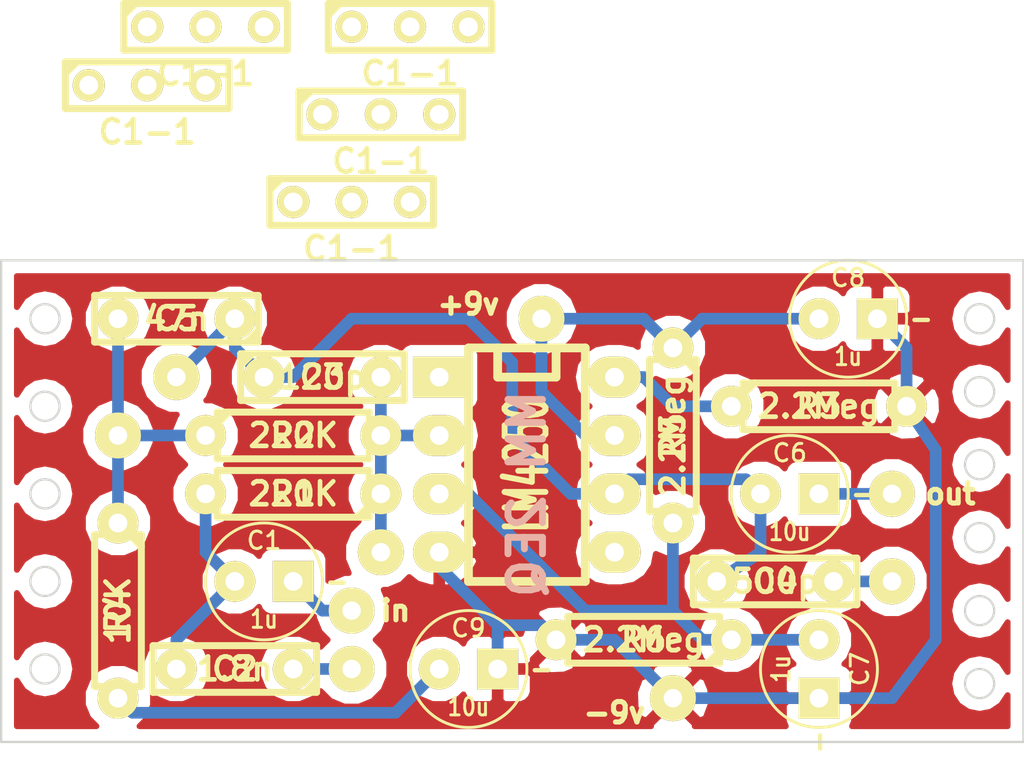
<source format=kicad_pcb>
(kicad_pcb (version 4) (host pcbnew "(2014-09-19 BZR 5142)-product")

  (general
    (links 32)
    (no_connects 0)
    (area 124.409999 41.148 168.960001 66.429128)
    (thickness 1.6)
    (drawings 22)
    (tracks 66)
    (zones 0)
    (modules 30)
    (nets 14)
  )

  (page A4)
  (layers
    (0 F.Cu signal)
    (31 B.Cu signal)
    (32 B.Adhes user)
    (33 F.Adhes user)
    (34 B.Paste user)
    (35 F.Paste user)
    (36 B.SilkS user)
    (37 F.SilkS user)
    (38 B.Mask user)
    (39 F.Mask user)
    (40 Dwgs.User user)
    (41 Cmts.User user)
    (42 Eco1.User user)
    (43 Eco2.User user)
    (44 Edge.Cuts user)
    (45 Margin user)
    (46 B.CrtYd user)
    (47 F.CrtYd user)
    (48 B.Fab user)
    (49 F.Fab user)
  )

  (setup
    (last_trace_width 0.508)
    (trace_clearance 0.508)
    (zone_clearance 0.508)
    (zone_45_only no)
    (trace_min 0.254)
    (segment_width 0.2)
    (edge_width 0.1)
    (via_size 0.889)
    (via_drill 0.635)
    (via_min_size 0.889)
    (via_min_drill 0.508)
    (uvia_size 0.508)
    (uvia_drill 0.127)
    (uvias_allowed no)
    (uvia_min_size 0.508)
    (uvia_min_drill 0.127)
    (pcb_text_width 0.3)
    (pcb_text_size 1.5 1.5)
    (mod_edge_width 0.15)
    (mod_text_size 1 1)
    (mod_text_width 0.15)
    (pad_size 1.5 1.5)
    (pad_drill 0.6)
    (pad_to_mask_clearance 0)
    (aux_axis_origin 0 0)
    (visible_elements 7FFEFF7F)
    (pcbplotparams
      (layerselection 0x010f0_80000001)
      (usegerberextensions true)
      (excludeedgelayer true)
      (linewidth 0.100000)
      (plotframeref false)
      (viasonmask false)
      (mode 1)
      (useauxorigin false)
      (hpglpennumber 1)
      (hpglpenspeed 20)
      (hpglpendiameter 15)
      (hpglpenoverlay 2)
      (psnegative false)
      (psa4output false)
      (plotreference true)
      (plotvalue false)
      (plotinvisibletext false)
      (padsonsilk false)
      (subtractmaskfromsilk true)
      (outputformat 1)
      (mirror false)
      (drillshape 0)
      (scaleselection 1)
      (outputdirectory plots))
  )

  (net 0 "")
  (net 1 "Net-(C1-Pad1)")
  (net 2 "Net-(C3-Pad1)")
  (net 3 "Net-(C3-Pad2)")
  (net 4 "Net-(C5-Pad2)")
  (net 5 ref)
  (net 6 GND)
  (net 7 +9V)
  (net 8 "Net-(C9-Pad1)")
  (net 9 "Net-(R3-Pad1)")
  (net 10 "Net-(C1-Pad2)")
  (net 11 "Net-(C2-Pad1)")
  (net 12 "Net-(C4-Pad2)")
  (net 13 "Net-(C6-Pad2)")

  (net_class Default "This is the default net class."
    (clearance 0.508)
    (trace_width 0.508)
    (via_dia 0.889)
    (via_drill 0.635)
    (uvia_dia 0.508)
    (uvia_drill 0.127)
    (add_net +9V)
    (add_net GND)
    (add_net "Net-(C1-Pad1)")
    (add_net "Net-(C1-Pad2)")
    (add_net "Net-(C2-Pad1)")
    (add_net "Net-(C3-Pad1)")
    (add_net "Net-(C3-Pad2)")
    (add_net "Net-(C4-Pad2)")
    (add_net "Net-(C5-Pad2)")
    (add_net "Net-(C6-Pad2)")
    (add_net "Net-(C9-Pad1)")
    (add_net "Net-(R3-Pad1)")
    (add_net ref)
  )

  (module Discret:C1-1 (layer F.Cu) (tedit 54516F23) (tstamp 54530F89)
    (at 140.97 36.83)
    (descr "Condensateur e = 1 ou 2 pas")
    (tags C)
    (fp_text reference C1-1 (at 0 2.032) (layer F.SilkS)
      (effects (font (size 1.016 1.016) (thickness 0.2032)))
    )
    (fp_text value C*** (at 0 2.032) (layer F.SilkS) hide
      (effects (font (size 1.016 1.016) (thickness 0.2032)))
    )
    (fp_line (start -3.556 -1.016) (end 3.556 -1.016) (layer F.SilkS) (width 0.3048))
    (fp_line (start 3.556 -1.016) (end 3.556 1.016) (layer F.SilkS) (width 0.3048))
    (fp_line (start 3.556 1.016) (end -3.556 1.016) (layer F.SilkS) (width 0.3048))
    (fp_line (start -3.556 1.016) (end -3.556 -1.016) (layer F.SilkS) (width 0.3048))
    (fp_line (start -3.556 -0.508) (end -3.048 -1.016) (layer F.SilkS) (width 0.3048))
    (pad 1 thru_hole circle (at -2.54 0) (size 1.397 1.397) (drill 0.8128) (layers *.Cu *.Mask F.SilkS))
    (pad 2 thru_hole circle (at 2.54 0) (size 1.397 1.397) (drill 0.8128) (layers *.Cu *.Mask F.SilkS))
    (pad 2 thru_hole circle (at 0 0) (size 1.397 1.397) (drill 0.8128) (layers *.Cu *.Mask F.SilkS))
    (model discret/capa_2pas_5x5mm.wrl
      (at (xyz 0 0 0))
      (scale (xyz 1 1 1))
      (rotate (xyz 0 0 0))
    )
  )

  (module Custom:C1V5-LARGE_PADS (layer F.Cu) (tedit 544816F7) (tstamp 54498346)
    (at 135.89 57.15)
    (descr "Condensateur e = 1 pas")
    (tags C)
    (path /54496F72)
    (fp_text reference C1 (at 0 -1.778) (layer F.SilkS)
      (effects (font (size 0.762 0.762) (thickness 0.127)))
    )
    (fp_text value 1u (at 0 1.651) (layer F.SilkS)
      (effects (font (size 0.762 0.635) (thickness 0.127)))
    )
    (fp_text user - (at 3.175 0) (layer F.SilkS)
      (effects (font (size 0.762 0.762) (thickness 0.1905)))
    )
    (fp_circle (center 0 0) (end 0.127 -2.54) (layer F.SilkS) (width 0.127))
    (pad 1 thru_hole circle (at -1.27 0) (size 1.778 1.778) (drill 0.8128) (layers *.Cu *.Mask F.SilkS)
      (net 1 "Net-(C1-Pad1)"))
    (pad 2 thru_hole rect (at 1.27 0) (size 1.778 1.778) (drill 0.8128) (layers *.Cu *.Mask F.SilkS)
      (net 10 "Net-(C1-Pad2)"))
    (model discret/c_vert_c1v5.wrl
      (at (xyz 0 0 0))
      (scale (xyz 1 1 1))
      (rotate (xyz 0 0 0))
    )
  )

  (module Custom:C2-LARGE_PADS (layer F.Cu) (tedit 544816E5) (tstamp 5449834C)
    (at 134.62 60.96 180)
    (descr "Condensateur = 2 pas")
    (tags C)
    (path /54496F0A)
    (fp_text reference C2 (at 0 0 180) (layer F.SilkS)
      (effects (font (size 1 1) (thickness 0.2032)))
    )
    (fp_text value 1.8n (at 0 0 180) (layer F.SilkS)
      (effects (font (size 1 1) (thickness 0.2032)))
    )
    (fp_line (start -3.556 -1.016) (end 3.556 -1.016) (layer F.SilkS) (width 0.3048))
    (fp_line (start 3.556 -1.016) (end 3.556 1.016) (layer F.SilkS) (width 0.3048))
    (fp_line (start 3.556 1.016) (end -3.556 1.016) (layer F.SilkS) (width 0.3048))
    (fp_line (start -3.556 1.016) (end -3.556 -1.016) (layer F.SilkS) (width 0.3048))
    (fp_line (start -3.556 -0.508) (end -3.048 -1.016) (layer F.SilkS) (width 0.3048))
    (pad 1 thru_hole circle (at -2.54 0 180) (size 1.778 1.778) (drill 0.8128) (layers *.Cu *.Mask F.SilkS)
      (net 11 "Net-(C2-Pad1)"))
    (pad 2 thru_hole circle (at 2.54 0 180) (size 1.778 1.778) (drill 0.8128) (layers *.Cu *.Mask F.SilkS)
      (net 1 "Net-(C1-Pad1)"))
    (model discret/capa_2pas_5x5mm.wrl
      (at (xyz 0 0 0))
      (scale (xyz 1 1 1))
      (rotate (xyz 0 0 0))
    )
  )

  (module Custom:C2-LARGE_PADS locked (layer F.Cu) (tedit 544816E5) (tstamp 54498352)
    (at 138.43 48.26)
    (descr "Condensateur = 2 pas")
    (tags C)
    (path /54496DEE)
    (fp_text reference C3 (at 0 0) (layer F.SilkS)
      (effects (font (size 1 1) (thickness 0.2032)))
    )
    (fp_text value 120p (at 0 0) (layer F.SilkS)
      (effects (font (size 1 1) (thickness 0.2032)))
    )
    (fp_line (start -3.556 -1.016) (end 3.556 -1.016) (layer F.SilkS) (width 0.3048))
    (fp_line (start 3.556 -1.016) (end 3.556 1.016) (layer F.SilkS) (width 0.3048))
    (fp_line (start 3.556 1.016) (end -3.556 1.016) (layer F.SilkS) (width 0.3048))
    (fp_line (start -3.556 1.016) (end -3.556 -1.016) (layer F.SilkS) (width 0.3048))
    (fp_line (start -3.556 -0.508) (end -3.048 -1.016) (layer F.SilkS) (width 0.3048))
    (pad 1 thru_hole circle (at -2.54 0) (size 1.778 1.778) (drill 0.8128) (layers *.Cu *.Mask F.SilkS)
      (net 2 "Net-(C3-Pad1)"))
    (pad 2 thru_hole circle (at 2.54 0) (size 1.778 1.778) (drill 0.8128) (layers *.Cu *.Mask F.SilkS)
      (net 3 "Net-(C3-Pad2)"))
    (model discret/capa_2pas_5x5mm.wrl
      (at (xyz 0 0 0))
      (scale (xyz 1 1 1))
      (rotate (xyz 0 0 0))
    )
  )

  (module Custom:C2-LARGE_PADS (layer F.Cu) (tedit 544816E5) (tstamp 544A5383)
    (at 158.115 57.15)
    (descr "Condensateur = 2 pas")
    (tags C)
    (path /54496F42)
    (fp_text reference C4 (at 0 0) (layer F.SilkS)
      (effects (font (size 1 1) (thickness 0.2032)))
    )
    (fp_text value 500p (at 0 0) (layer F.SilkS)
      (effects (font (size 1 1) (thickness 0.2032)))
    )
    (fp_line (start -3.556 -1.016) (end 3.556 -1.016) (layer F.SilkS) (width 0.3048))
    (fp_line (start 3.556 -1.016) (end 3.556 1.016) (layer F.SilkS) (width 0.3048))
    (fp_line (start 3.556 1.016) (end -3.556 1.016) (layer F.SilkS) (width 0.3048))
    (fp_line (start -3.556 1.016) (end -3.556 -1.016) (layer F.SilkS) (width 0.3048))
    (fp_line (start -3.556 -0.508) (end -3.048 -1.016) (layer F.SilkS) (width 0.3048))
    (pad 1 thru_hole circle (at -2.54 0) (size 1.778 1.778) (drill 0.8128) (layers *.Cu *.Mask F.SilkS)
      (net 2 "Net-(C3-Pad1)"))
    (pad 2 thru_hole circle (at 2.54 0) (size 1.778 1.778) (drill 0.8128) (layers *.Cu *.Mask F.SilkS)
      (net 12 "Net-(C4-Pad2)"))
    (model discret/capa_2pas_5x5mm.wrl
      (at (xyz 0 0 0))
      (scale (xyz 1 1 1))
      (rotate (xyz 0 0 0))
    )
  )

  (module Custom:C2-LARGE_PADS (layer F.Cu) (tedit 544816E5) (tstamp 5449835E)
    (at 132.08 45.72 180)
    (descr "Condensateur = 2 pas")
    (tags C)
    (path /54496E83)
    (fp_text reference C5 (at 0 0 180) (layer F.SilkS)
      (effects (font (size 1 1) (thickness 0.2032)))
    )
    (fp_text value 47n (at 0 0 180) (layer F.SilkS)
      (effects (font (size 1 1) (thickness 0.2032)))
    )
    (fp_line (start -3.556 -1.016) (end 3.556 -1.016) (layer F.SilkS) (width 0.3048))
    (fp_line (start 3.556 -1.016) (end 3.556 1.016) (layer F.SilkS) (width 0.3048))
    (fp_line (start 3.556 1.016) (end -3.556 1.016) (layer F.SilkS) (width 0.3048))
    (fp_line (start -3.556 1.016) (end -3.556 -1.016) (layer F.SilkS) (width 0.3048))
    (fp_line (start -3.556 -0.508) (end -3.048 -1.016) (layer F.SilkS) (width 0.3048))
    (pad 1 thru_hole circle (at -2.54 0 180) (size 1.778 1.778) (drill 0.8128) (layers *.Cu *.Mask F.SilkS)
      (net 2 "Net-(C3-Pad1)"))
    (pad 2 thru_hole circle (at 2.54 0 180) (size 1.778 1.778) (drill 0.8128) (layers *.Cu *.Mask F.SilkS)
      (net 4 "Net-(C5-Pad2)"))
    (model discret/capa_2pas_5x5mm.wrl
      (at (xyz 0 0 0))
      (scale (xyz 1 1 1))
      (rotate (xyz 0 0 0))
    )
  )

  (module Custom:C1V5-LARGE_PADS (layer F.Cu) (tedit 544816F7) (tstamp 54498364)
    (at 158.75 53.34)
    (descr "Condensateur e = 1 pas")
    (tags C)
    (path /54496FDD)
    (fp_text reference C6 (at 0 -1.778) (layer F.SilkS)
      (effects (font (size 0.762 0.762) (thickness 0.127)))
    )
    (fp_text value 10u (at 0 1.651) (layer F.SilkS)
      (effects (font (size 0.762 0.635) (thickness 0.127)))
    )
    (fp_text user - (at 3.175 0) (layer F.SilkS)
      (effects (font (size 0.762 0.762) (thickness 0.1905)))
    )
    (fp_circle (center 0 0) (end 0.127 -2.54) (layer F.SilkS) (width 0.127))
    (pad 1 thru_hole circle (at -1.27 0) (size 1.778 1.778) (drill 0.8128) (layers *.Cu *.Mask F.SilkS)
      (net 2 "Net-(C3-Pad1)"))
    (pad 2 thru_hole rect (at 1.27 0) (size 1.778 1.778) (drill 0.8128) (layers *.Cu *.Mask F.SilkS)
      (net 13 "Net-(C6-Pad2)"))
    (model discret/c_vert_c1v5.wrl
      (at (xyz 0 0 0))
      (scale (xyz 1 1 1))
      (rotate (xyz 0 0 0))
    )
  )

  (module Custom:C1V5-LARGE_PADS (layer F.Cu) (tedit 544816F7) (tstamp 5449836A)
    (at 160.02 60.96 270)
    (descr "Condensateur e = 1 pas")
    (tags C)
    (path /5449C54A)
    (fp_text reference C7 (at 0 -1.778 270) (layer F.SilkS)
      (effects (font (size 0.762 0.762) (thickness 0.127)))
    )
    (fp_text value 1u (at 0 1.651 270) (layer F.SilkS)
      (effects (font (size 0.762 0.635) (thickness 0.127)))
    )
    (fp_text user - (at 3.175 0 270) (layer F.SilkS)
      (effects (font (size 0.762 0.762) (thickness 0.1905)))
    )
    (fp_circle (center 0 0) (end 0.127 -2.54) (layer F.SilkS) (width 0.127))
    (pad 1 thru_hole circle (at -1.27 0 270) (size 1.778 1.778) (drill 0.8128) (layers *.Cu *.Mask F.SilkS)
      (net 5 ref))
    (pad 2 thru_hole rect (at 1.27 0 270) (size 1.778 1.778) (drill 0.8128) (layers *.Cu *.Mask F.SilkS)
      (net 6 GND))
    (model discret/c_vert_c1v5.wrl
      (at (xyz 0 0 0))
      (scale (xyz 1 1 1))
      (rotate (xyz 0 0 0))
    )
  )

  (module Custom:C1V5-LARGE_PADS (layer F.Cu) (tedit 544816F7) (tstamp 54498370)
    (at 161.29 45.72)
    (descr "Condensateur e = 1 pas")
    (tags C)
    (path /5449C586)
    (fp_text reference C8 (at 0 -1.778) (layer F.SilkS)
      (effects (font (size 0.762 0.762) (thickness 0.127)))
    )
    (fp_text value 1u (at 0 1.651) (layer F.SilkS)
      (effects (font (size 0.762 0.635) (thickness 0.127)))
    )
    (fp_text user - (at 3.175 0) (layer F.SilkS)
      (effects (font (size 0.762 0.762) (thickness 0.1905)))
    )
    (fp_circle (center 0 0) (end 0.127 -2.54) (layer F.SilkS) (width 0.127))
    (pad 1 thru_hole circle (at -1.27 0) (size 1.778 1.778) (drill 0.8128) (layers *.Cu *.Mask F.SilkS)
      (net 7 +9V))
    (pad 2 thru_hole rect (at 1.27 0) (size 1.778 1.778) (drill 0.8128) (layers *.Cu *.Mask F.SilkS)
      (net 6 GND))
    (model discret/c_vert_c1v5.wrl
      (at (xyz 0 0 0))
      (scale (xyz 1 1 1))
      (rotate (xyz 0 0 0))
    )
  )

  (module Custom:C1V5-LARGE_PADS (layer F.Cu) (tedit 544816F7) (tstamp 54498376)
    (at 144.78 60.96)
    (descr "Condensateur e = 1 pas")
    (tags C)
    (path /54497AD6)
    (fp_text reference C9 (at 0 -1.778) (layer F.SilkS)
      (effects (font (size 0.762 0.762) (thickness 0.127)))
    )
    (fp_text value 10u (at 0 1.651) (layer F.SilkS)
      (effects (font (size 0.762 0.635) (thickness 0.127)))
    )
    (fp_text user - (at 3.175 0) (layer F.SilkS)
      (effects (font (size 0.762 0.762) (thickness 0.1905)))
    )
    (fp_circle (center 0 0) (end 0.127 -2.54) (layer F.SilkS) (width 0.127))
    (pad 1 thru_hole circle (at -1.27 0) (size 1.778 1.778) (drill 0.8128) (layers *.Cu *.Mask F.SilkS)
      (net 8 "Net-(C9-Pad1)"))
    (pad 2 thru_hole rect (at 1.27 0) (size 1.778 1.778) (drill 0.8128) (layers *.Cu *.Mask F.SilkS)
      (net 6 GND))
    (model discret/c_vert_c1v5.wrl
      (at (xyz 0 0 0))
      (scale (xyz 1 1 1))
      (rotate (xyz 0 0 0))
    )
  )

  (module Custom:R3-LARGE_PADS locked (layer F.Cu) (tedit 544816C3) (tstamp 5449837C)
    (at 137.16 53.34 180)
    (descr "Resitance 3 pas")
    (tags R)
    (path /54496D20)
    (autoplace_cost180 10)
    (fp_text reference R1 (at 0 0 180) (layer F.SilkS)
      (effects (font (size 1 1) (thickness 0.2032)))
    )
    (fp_text value 220K (at 0 0 180) (layer F.SilkS)
      (effects (font (size 1 1) (thickness 0.2032)))
    )
    (fp_line (start -3.81 0) (end -3.302 0) (layer F.SilkS) (width 0.3048))
    (fp_line (start 3.81 0) (end 3.302 0) (layer F.SilkS) (width 0.3048))
    (fp_line (start 3.302 0) (end 3.302 -1.016) (layer F.SilkS) (width 0.3048))
    (fp_line (start 3.302 -1.016) (end -3.302 -1.016) (layer F.SilkS) (width 0.3048))
    (fp_line (start -3.302 -1.016) (end -3.302 1.016) (layer F.SilkS) (width 0.3048))
    (fp_line (start -3.302 1.016) (end 3.302 1.016) (layer F.SilkS) (width 0.3048))
    (fp_line (start 3.302 1.016) (end 3.302 0) (layer F.SilkS) (width 0.3048))
    (fp_line (start -3.302 -0.508) (end -2.794 -1.016) (layer F.SilkS) (width 0.3048))
    (pad 1 thru_hole circle (at -3.81 0 180) (size 1.778 1.778) (drill 0.8128) (layers *.Cu *.Mask F.SilkS)
      (net 3 "Net-(C3-Pad2)"))
    (pad 2 thru_hole circle (at 3.81 0 180) (size 1.778 1.778) (drill 0.8128) (layers *.Cu *.Mask F.SilkS)
      (net 1 "Net-(C1-Pad1)"))
    (model discret/resistor.wrl
      (at (xyz 0 0 0))
      (scale (xyz 0.3 0.3 0.3))
      (rotate (xyz 0 0 0))
    )
  )

  (module Custom:R3-LARGE_PADS locked (layer F.Cu) (tedit 544816C3) (tstamp 54498382)
    (at 137.16 50.8)
    (descr "Resitance 3 pas")
    (tags R)
    (path /544977F3)
    (autoplace_cost180 10)
    (fp_text reference R2 (at 0 0) (layer F.SilkS)
      (effects (font (size 1 1) (thickness 0.2032)))
    )
    (fp_text value 220K (at 0 0) (layer F.SilkS)
      (effects (font (size 1 1) (thickness 0.2032)))
    )
    (fp_line (start -3.81 0) (end -3.302 0) (layer F.SilkS) (width 0.3048))
    (fp_line (start 3.81 0) (end 3.302 0) (layer F.SilkS) (width 0.3048))
    (fp_line (start 3.302 0) (end 3.302 -1.016) (layer F.SilkS) (width 0.3048))
    (fp_line (start 3.302 -1.016) (end -3.302 -1.016) (layer F.SilkS) (width 0.3048))
    (fp_line (start -3.302 -1.016) (end -3.302 1.016) (layer F.SilkS) (width 0.3048))
    (fp_line (start -3.302 1.016) (end 3.302 1.016) (layer F.SilkS) (width 0.3048))
    (fp_line (start 3.302 1.016) (end 3.302 0) (layer F.SilkS) (width 0.3048))
    (fp_line (start -3.302 -0.508) (end -2.794 -1.016) (layer F.SilkS) (width 0.3048))
    (pad 1 thru_hole circle (at -3.81 0) (size 1.778 1.778) (drill 0.8128) (layers *.Cu *.Mask F.SilkS)
      (net 4 "Net-(C5-Pad2)"))
    (pad 2 thru_hole circle (at 3.81 0) (size 1.778 1.778) (drill 0.8128) (layers *.Cu *.Mask F.SilkS)
      (net 3 "Net-(C3-Pad2)"))
    (model discret/resistor.wrl
      (at (xyz 0 0 0))
      (scale (xyz 0.3 0.3 0.3))
      (rotate (xyz 0 0 0))
    )
  )

  (module Custom:R3-LARGE_PADS (layer F.Cu) (tedit 544816C3) (tstamp 54498388)
    (at 160.02 49.53)
    (descr "Resitance 3 pas")
    (tags R)
    (path /54496CF3)
    (autoplace_cost180 10)
    (fp_text reference R3 (at 0 0) (layer F.SilkS)
      (effects (font (size 1 1) (thickness 0.2032)))
    )
    (fp_text value 2.2Meg (at 0 0) (layer F.SilkS)
      (effects (font (size 1 1) (thickness 0.2032)))
    )
    (fp_line (start -3.81 0) (end -3.302 0) (layer F.SilkS) (width 0.3048))
    (fp_line (start 3.81 0) (end 3.302 0) (layer F.SilkS) (width 0.3048))
    (fp_line (start 3.302 0) (end 3.302 -1.016) (layer F.SilkS) (width 0.3048))
    (fp_line (start 3.302 -1.016) (end -3.302 -1.016) (layer F.SilkS) (width 0.3048))
    (fp_line (start -3.302 -1.016) (end -3.302 1.016) (layer F.SilkS) (width 0.3048))
    (fp_line (start -3.302 1.016) (end 3.302 1.016) (layer F.SilkS) (width 0.3048))
    (fp_line (start 3.302 1.016) (end 3.302 0) (layer F.SilkS) (width 0.3048))
    (fp_line (start -3.302 -0.508) (end -2.794 -1.016) (layer F.SilkS) (width 0.3048))
    (pad 1 thru_hole circle (at -3.81 0) (size 1.778 1.778) (drill 0.8128) (layers *.Cu *.Mask F.SilkS)
      (net 9 "Net-(R3-Pad1)"))
    (pad 2 thru_hole circle (at 3.81 0) (size 1.778 1.778) (drill 0.8128) (layers *.Cu *.Mask F.SilkS)
      (net 6 GND))
    (model discret/resistor.wrl
      (at (xyz 0 0 0))
      (scale (xyz 0.3 0.3 0.3))
      (rotate (xyz 0 0 0))
    )
  )

  (module Custom:R3-LARGE_PADS (layer F.Cu) (tedit 544816C3) (tstamp 5449838E)
    (at 129.54 58.42 270)
    (descr "Resitance 3 pas")
    (tags R)
    (path /54497A94)
    (autoplace_cost180 10)
    (fp_text reference R4 (at 0 0 270) (layer F.SilkS)
      (effects (font (size 1 1) (thickness 0.2032)))
    )
    (fp_text value 10K (at 0 0 270) (layer F.SilkS)
      (effects (font (size 1 1) (thickness 0.2032)))
    )
    (fp_line (start -3.81 0) (end -3.302 0) (layer F.SilkS) (width 0.3048))
    (fp_line (start 3.81 0) (end 3.302 0) (layer F.SilkS) (width 0.3048))
    (fp_line (start 3.302 0) (end 3.302 -1.016) (layer F.SilkS) (width 0.3048))
    (fp_line (start 3.302 -1.016) (end -3.302 -1.016) (layer F.SilkS) (width 0.3048))
    (fp_line (start -3.302 -1.016) (end -3.302 1.016) (layer F.SilkS) (width 0.3048))
    (fp_line (start -3.302 1.016) (end 3.302 1.016) (layer F.SilkS) (width 0.3048))
    (fp_line (start 3.302 1.016) (end 3.302 0) (layer F.SilkS) (width 0.3048))
    (fp_line (start -3.302 -0.508) (end -2.794 -1.016) (layer F.SilkS) (width 0.3048))
    (pad 1 thru_hole circle (at -3.81 0 270) (size 1.778 1.778) (drill 0.8128) (layers *.Cu *.Mask F.SilkS)
      (net 4 "Net-(C5-Pad2)"))
    (pad 2 thru_hole circle (at 3.81 0 270) (size 1.778 1.778) (drill 0.8128) (layers *.Cu *.Mask F.SilkS)
      (net 8 "Net-(C9-Pad1)"))
    (model discret/resistor.wrl
      (at (xyz 0 0 0))
      (scale (xyz 0.3 0.3 0.3))
      (rotate (xyz 0 0 0))
    )
  )

  (module Custom:R3-LARGE_PADS (layer F.Cu) (tedit 544816C3) (tstamp 54498394)
    (at 153.67 50.8 270)
    (descr "Resitance 3 pas")
    (tags R)
    (path /5449C4D1)
    (autoplace_cost180 10)
    (fp_text reference R5 (at 0 0 270) (layer F.SilkS)
      (effects (font (size 1 1) (thickness 0.2032)))
    )
    (fp_text value 2.2Meg (at 0 0 270) (layer F.SilkS)
      (effects (font (size 1 1) (thickness 0.2032)))
    )
    (fp_line (start -3.81 0) (end -3.302 0) (layer F.SilkS) (width 0.3048))
    (fp_line (start 3.81 0) (end 3.302 0) (layer F.SilkS) (width 0.3048))
    (fp_line (start 3.302 0) (end 3.302 -1.016) (layer F.SilkS) (width 0.3048))
    (fp_line (start 3.302 -1.016) (end -3.302 -1.016) (layer F.SilkS) (width 0.3048))
    (fp_line (start -3.302 -1.016) (end -3.302 1.016) (layer F.SilkS) (width 0.3048))
    (fp_line (start -3.302 1.016) (end 3.302 1.016) (layer F.SilkS) (width 0.3048))
    (fp_line (start 3.302 1.016) (end 3.302 0) (layer F.SilkS) (width 0.3048))
    (fp_line (start -3.302 -0.508) (end -2.794 -1.016) (layer F.SilkS) (width 0.3048))
    (pad 1 thru_hole circle (at -3.81 0 270) (size 1.778 1.778) (drill 0.8128) (layers *.Cu *.Mask F.SilkS)
      (net 7 +9V))
    (pad 2 thru_hole circle (at 3.81 0 270) (size 1.778 1.778) (drill 0.8128) (layers *.Cu *.Mask F.SilkS)
      (net 5 ref))
    (model discret/resistor.wrl
      (at (xyz 0 0 0))
      (scale (xyz 0.3 0.3 0.3))
      (rotate (xyz 0 0 0))
    )
  )

  (module Custom:R3-LARGE_PADS (layer F.Cu) (tedit 544816C3) (tstamp 5449839A)
    (at 152.4 59.69 180)
    (descr "Resitance 3 pas")
    (tags R)
    (path /5449C50F)
    (autoplace_cost180 10)
    (fp_text reference R6 (at 0 0 180) (layer F.SilkS)
      (effects (font (size 1 1) (thickness 0.2032)))
    )
    (fp_text value 2.2Meg (at 0 0 180) (layer F.SilkS)
      (effects (font (size 1 1) (thickness 0.2032)))
    )
    (fp_line (start -3.81 0) (end -3.302 0) (layer F.SilkS) (width 0.3048))
    (fp_line (start 3.81 0) (end 3.302 0) (layer F.SilkS) (width 0.3048))
    (fp_line (start 3.302 0) (end 3.302 -1.016) (layer F.SilkS) (width 0.3048))
    (fp_line (start 3.302 -1.016) (end -3.302 -1.016) (layer F.SilkS) (width 0.3048))
    (fp_line (start -3.302 -1.016) (end -3.302 1.016) (layer F.SilkS) (width 0.3048))
    (fp_line (start -3.302 1.016) (end 3.302 1.016) (layer F.SilkS) (width 0.3048))
    (fp_line (start 3.302 1.016) (end 3.302 0) (layer F.SilkS) (width 0.3048))
    (fp_line (start -3.302 -0.508) (end -2.794 -1.016) (layer F.SilkS) (width 0.3048))
    (pad 1 thru_hole circle (at -3.81 0 180) (size 1.778 1.778) (drill 0.8128) (layers *.Cu *.Mask F.SilkS)
      (net 5 ref))
    (pad 2 thru_hole circle (at 3.81 0 180) (size 1.778 1.778) (drill 0.8128) (layers *.Cu *.Mask F.SilkS)
      (net 6 GND))
    (model discret/resistor.wrl
      (at (xyz 0 0 0))
      (scale (xyz 0.3 0.3 0.3))
      (rotate (xyz 0 0 0))
    )
  )

  (module Custom:DIP-8_LARGE_PADS (layer F.Cu) (tedit 544A52EB) (tstamp 544983A6)
    (at 147.32 52.07 270)
    (descr "8 pins DIL package, elliptical pads")
    (tags DIL)
    (path /54496CAB)
    (fp_text reference U1 (at -6.35 0 360) (layer F.SilkS) hide
      (effects (font (size 1.778 1.143) (thickness 0.28575)))
    )
    (fp_text value LM4250 (at 0 0 270) (layer F.SilkS)
      (effects (font (size 1.778 1.016) (thickness 0.3048)))
    )
    (fp_line (start -5.08 -1.27) (end -3.81 -1.27) (layer F.SilkS) (width 0.381))
    (fp_line (start -3.81 -1.27) (end -3.81 1.27) (layer F.SilkS) (width 0.381))
    (fp_line (start -3.81 1.27) (end -5.08 1.27) (layer F.SilkS) (width 0.381))
    (fp_line (start -5.08 -2.54) (end 5.08 -2.54) (layer F.SilkS) (width 0.381))
    (fp_line (start 5.08 -2.54) (end 5.08 2.54) (layer F.SilkS) (width 0.381))
    (fp_line (start 5.08 2.54) (end -5.08 2.54) (layer F.SilkS) (width 0.381))
    (fp_line (start -5.08 2.54) (end -5.08 -2.54) (layer F.SilkS) (width 0.381))
    (pad 1 thru_hole rect (at -3.81 3.81 270) (size 1.778 2.286) (drill 0.8128) (layers *.Cu *.Mask F.SilkS))
    (pad 2 thru_hole oval (at -1.27 3.81 270) (size 1.778 2.286) (drill 0.8128) (layers *.Cu *.Mask F.SilkS)
      (net 3 "Net-(C3-Pad2)"))
    (pad 3 thru_hole oval (at 1.27 3.81 270) (size 1.778 2.286) (drill 0.8128) (layers *.Cu *.Mask F.SilkS)
      (net 5 ref))
    (pad 4 thru_hole oval (at 3.81 3.81 270) (size 1.778 2.286) (drill 0.8128) (layers *.Cu *.Mask F.SilkS)
      (net 6 GND))
    (pad 5 thru_hole oval (at 3.81 -3.81 270) (size 1.778 2.286) (drill 0.8128) (layers *.Cu *.Mask F.SilkS))
    (pad 6 thru_hole oval (at 1.27 -3.81 270) (size 1.778 2.286) (drill 0.8128) (layers *.Cu *.Mask F.SilkS)
      (net 2 "Net-(C3-Pad1)"))
    (pad 7 thru_hole oval (at -1.27 -3.81 270) (size 1.778 2.286) (drill 0.8128) (layers *.Cu *.Mask F.SilkS)
      (net 7 +9V))
    (pad 8 thru_hole oval (at -3.81 -3.81 270) (size 1.778 2.286) (drill 0.8128) (layers *.Cu *.Mask F.SilkS)
      (net 9 "Net-(R3-Pad1)"))
    (model dil/dil_8.wrl
      (at (xyz 0 0 0))
      (scale (xyz 1 1 1))
      (rotate (xyz 0 0 0))
    )
  )

  (module Wire_Pads:SolderWirePad_single_0-8mmDrill (layer F.Cu) (tedit 544A53D2) (tstamp 544A4F66)
    (at 139.7 58.42)
    (path /5449ABBF)
    (fp_text reference P1 (at 0 -2.54) (layer F.SilkS) hide
      (effects (font (thickness 0.3048)))
    )
    (fp_text value in (at 0 2.54) (layer F.SilkS) hide
      (effects (font (size 1.50114 1.50114) (thickness 0.20066)))
    )
    (pad 1 thru_hole circle (at 0 0) (size 1.99898 1.99898) (drill 0.8001) (layers *.Cu *.Mask F.SilkS)
      (net 10 "Net-(C1-Pad2)"))
  )

  (module Wire_Pads:SolderWirePad_single_0-8mmDrill (layer F.Cu) (tedit 544A53CE) (tstamp 544A4F6B)
    (at 139.7 60.96)
    (path /5449833A)
    (fp_text reference P2 (at 0 -2.54) (layer F.SilkS) hide
      (effects (font (thickness 0.3048)))
    )
    (fp_text value rv1.1 (at 0 2.54) (layer F.SilkS) hide
      (effects (font (size 1.50114 1.50114) (thickness 0.20066)))
    )
    (pad 1 thru_hole circle (at 0 0) (size 1.99898 1.99898) (drill 0.8001) (layers *.Cu *.Mask F.SilkS)
      (net 11 "Net-(C2-Pad1)"))
  )

  (module Wire_Pads:SolderWirePad_single_0-8mmDrill locked (layer F.Cu) (tedit 544A53D6) (tstamp 544A4F70)
    (at 140.97 55.88)
    (path /54498426)
    (fp_text reference P3 (at 0 -2.54) (layer F.SilkS) hide
      (effects (font (thickness 0.3048)))
    )
    (fp_text value rv1.2 (at 0 2.54) (layer F.SilkS) hide
      (effects (font (size 1.50114 1.50114) (thickness 0.20066)))
    )
    (pad 1 thru_hole circle (at 0 0) (size 1.99898 1.99898) (drill 0.8001) (layers *.Cu *.Mask F.SilkS)
      (net 3 "Net-(C3-Pad2)"))
  )

  (module Wire_Pads:SolderWirePad_single_0-8mmDrill (layer F.Cu) (tedit 544A53C2) (tstamp 544A5ED1)
    (at 163.195 57.15)
    (path /54498452)
    (fp_text reference P4 (at 0 -2.54) (layer F.SilkS) hide
      (effects (font (thickness 0.3048)))
    )
    (fp_text value rv1.3 (at 0 2.54) (layer F.SilkS) hide
      (effects (font (size 1.50114 1.50114) (thickness 0.20066)))
    )
    (pad 1 thru_hole circle (at 0 0) (size 1.99898 1.99898) (drill 0.8001) (layers *.Cu *.Mask F.SilkS)
      (net 12 "Net-(C4-Pad2)"))
  )

  (module Wire_Pads:SolderWirePad_single_0-8mmDrill (layer F.Cu) (tedit 544A53BE) (tstamp 544A4F7A)
    (at 129.54 50.8)
    (path /5449A05B)
    (fp_text reference P5 (at 0 -2.54) (layer F.SilkS) hide
      (effects (font (thickness 0.3048)))
    )
    (fp_text value rv2.3 (at 0 2.54) (layer F.SilkS) hide
      (effects (font (size 1.50114 1.50114) (thickness 0.20066)))
    )
    (pad 1 thru_hole circle (at 0 0) (size 1.99898 1.99898) (drill 0.8001) (layers *.Cu *.Mask F.SilkS)
      (net 4 "Net-(C5-Pad2)"))
  )

  (module Wire_Pads:SolderWirePad_single_0-8mmDrill (layer F.Cu) (tedit 544A583F) (tstamp 544A4F7F)
    (at 132.08 48.26)
    (path /5449A0F5)
    (fp_text reference P6 (at 0 -2.54) (layer F.SilkS) hide
      (effects (font (thickness 0.3048)))
    )
    (fp_text value rv2.2 (at 0 2.54) (layer F.SilkS) hide
      (effects (font (size 1.50114 1.50114) (thickness 0.20066)))
    )
    (pad 1 thru_hole circle (at 0 0) (size 1.99898 1.99898) (drill 0.8001) (layers *.Cu *.Mask F.SilkS)
      (net 2 "Net-(C3-Pad1)"))
  )

  (module Wire_Pads:SolderWirePad_single_0-8mmDrill (layer F.Cu) (tedit 544A53BA) (tstamp 544A4F84)
    (at 163.195 53.34)
    (path /54499271)
    (fp_text reference P7 (at 0 -2.54) (layer F.SilkS) hide
      (effects (font (thickness 0.3048)))
    )
    (fp_text value out (at 0 2.54) (layer F.SilkS) hide
      (effects (font (size 1.50114 1.50114) (thickness 0.20066)))
    )
    (pad 1 thru_hole circle (at 0 0) (size 1.99898 1.99898) (drill 0.8001) (layers *.Cu *.Mask F.SilkS)
      (net 13 "Net-(C6-Pad2)"))
  )

  (module Wire_Pads:SolderWirePad_single_0-8mmDrill (layer F.Cu) (tedit 544A53A7) (tstamp 544A4F89)
    (at 147.955 45.72)
    (path /5449D063)
    (fp_text reference P8 (at 0 -2.54) (layer F.SilkS) hide
      (effects (font (thickness 0.3048)))
    )
    (fp_text value +9V (at 0 2.54) (layer F.SilkS) hide
      (effects (font (size 1.50114 1.50114) (thickness 0.20066)))
    )
    (pad 1 thru_hole circle (at 0 0) (size 1.99898 1.99898) (drill 0.8001) (layers *.Cu *.Mask F.SilkS)
      (net 7 +9V))
  )

  (module Wire_Pads:SolderWirePad_single_0-8mmDrill (layer F.Cu) (tedit 544A53C9) (tstamp 544A4F8E)
    (at 153.67 62.23)
    (path /5449D96D)
    (fp_text reference P9 (at 0 -2.54) (layer F.SilkS) hide
      (effects (font (thickness 0.3048)))
    )
    (fp_text value Gnd (at 0 2.54) (layer F.SilkS) hide
      (effects (font (size 1.50114 1.50114) (thickness 0.20066)))
    )
    (pad 1 thru_hole circle (at 0 0) (size 1.99898 1.99898) (drill 0.8001) (layers *.Cu *.Mask F.SilkS)
      (net 6 GND))
  )

  (module Discret:C1-1 (layer F.Cu) (tedit 54516F23) (tstamp 54530F6C)
    (at 130.81 35.56)
    (descr "Condensateur e = 1 ou 2 pas")
    (tags C)
    (fp_text reference C1-1 (at 0 2.032) (layer F.SilkS)
      (effects (font (size 1.016 1.016) (thickness 0.2032)))
    )
    (fp_text value C*** (at 0 2.032) (layer F.SilkS) hide
      (effects (font (size 1.016 1.016) (thickness 0.2032)))
    )
    (fp_line (start -3.556 -1.016) (end 3.556 -1.016) (layer F.SilkS) (width 0.3048))
    (fp_line (start 3.556 -1.016) (end 3.556 1.016) (layer F.SilkS) (width 0.3048))
    (fp_line (start 3.556 1.016) (end -3.556 1.016) (layer F.SilkS) (width 0.3048))
    (fp_line (start -3.556 1.016) (end -3.556 -1.016) (layer F.SilkS) (width 0.3048))
    (fp_line (start -3.556 -0.508) (end -3.048 -1.016) (layer F.SilkS) (width 0.3048))
    (pad 1 thru_hole circle (at -2.54 0) (size 1.397 1.397) (drill 0.8128) (layers *.Cu *.Mask F.SilkS))
    (pad 2 thru_hole circle (at 2.54 0) (size 1.397 1.397) (drill 0.8128) (layers *.Cu *.Mask F.SilkS))
    (pad 2 thru_hole circle (at 0 0) (size 1.397 1.397) (drill 0.8128) (layers *.Cu *.Mask F.SilkS))
    (model discret/capa_2pas_5x5mm.wrl
      (at (xyz 0 0 0))
      (scale (xyz 1 1 1))
      (rotate (xyz 0 0 0))
    )
  )

  (module Discret:C1-1 (layer F.Cu) (tedit 54516F23) (tstamp 54530FA0)
    (at 133.35 33.02)
    (descr "Condensateur e = 1 ou 2 pas")
    (tags C)
    (fp_text reference C1-1 (at 0 2.032) (layer F.SilkS)
      (effects (font (size 1.016 1.016) (thickness 0.2032)))
    )
    (fp_text value C*** (at 0 2.032) (layer F.SilkS) hide
      (effects (font (size 1.016 1.016) (thickness 0.2032)))
    )
    (fp_line (start -3.556 -1.016) (end 3.556 -1.016) (layer F.SilkS) (width 0.3048))
    (fp_line (start 3.556 -1.016) (end 3.556 1.016) (layer F.SilkS) (width 0.3048))
    (fp_line (start 3.556 1.016) (end -3.556 1.016) (layer F.SilkS) (width 0.3048))
    (fp_line (start -3.556 1.016) (end -3.556 -1.016) (layer F.SilkS) (width 0.3048))
    (fp_line (start -3.556 -0.508) (end -3.048 -1.016) (layer F.SilkS) (width 0.3048))
    (pad 1 thru_hole circle (at -2.54 0) (size 1.397 1.397) (drill 0.8128) (layers *.Cu *.Mask F.SilkS))
    (pad 2 thru_hole circle (at 2.54 0) (size 1.397 1.397) (drill 0.8128) (layers *.Cu *.Mask F.SilkS))
    (pad 2 thru_hole circle (at 0 0) (size 1.397 1.397) (drill 0.8128) (layers *.Cu *.Mask F.SilkS))
    (model discret/capa_2pas_5x5mm.wrl
      (at (xyz 0 0 0))
      (scale (xyz 1 1 1))
      (rotate (xyz 0 0 0))
    )
  )

  (module Discret:C1-1 (layer F.Cu) (tedit 54516F23) (tstamp 54530FB7)
    (at 142.24 33.02)
    (descr "Condensateur e = 1 ou 2 pas")
    (tags C)
    (fp_text reference C1-1 (at 0 2.032) (layer F.SilkS)
      (effects (font (size 1.016 1.016) (thickness 0.2032)))
    )
    (fp_text value C*** (at 0 2.032) (layer F.SilkS) hide
      (effects (font (size 1.016 1.016) (thickness 0.2032)))
    )
    (fp_line (start -3.556 -1.016) (end 3.556 -1.016) (layer F.SilkS) (width 0.3048))
    (fp_line (start 3.556 -1.016) (end 3.556 1.016) (layer F.SilkS) (width 0.3048))
    (fp_line (start 3.556 1.016) (end -3.556 1.016) (layer F.SilkS) (width 0.3048))
    (fp_line (start -3.556 1.016) (end -3.556 -1.016) (layer F.SilkS) (width 0.3048))
    (fp_line (start -3.556 -0.508) (end -3.048 -1.016) (layer F.SilkS) (width 0.3048))
    (pad 1 thru_hole circle (at -2.54 0) (size 1.397 1.397) (drill 0.8128) (layers *.Cu *.Mask F.SilkS))
    (pad 2 thru_hole circle (at 2.54 0) (size 1.397 1.397) (drill 0.8128) (layers *.Cu *.Mask F.SilkS))
    (pad 2 thru_hole circle (at 0 0) (size 1.397 1.397) (drill 0.8128) (layers *.Cu *.Mask F.SilkS))
    (model discret/capa_2pas_5x5mm.wrl
      (at (xyz 0 0 0))
      (scale (xyz 1 1 1))
      (rotate (xyz 0 0 0))
    )
  )

  (module Discret:C1-1 (layer F.Cu) (tedit 54516F23) (tstamp 54530FCE)
    (at 139.7 40.64)
    (descr "Condensateur e = 1 ou 2 pas")
    (tags C)
    (fp_text reference C1-1 (at 0 2.032) (layer F.SilkS)
      (effects (font (size 1.016 1.016) (thickness 0.2032)))
    )
    (fp_text value C*** (at 0 2.032) (layer F.SilkS) hide
      (effects (font (size 1.016 1.016) (thickness 0.2032)))
    )
    (fp_line (start -3.556 -1.016) (end 3.556 -1.016) (layer F.SilkS) (width 0.3048))
    (fp_line (start 3.556 -1.016) (end 3.556 1.016) (layer F.SilkS) (width 0.3048))
    (fp_line (start 3.556 1.016) (end -3.556 1.016) (layer F.SilkS) (width 0.3048))
    (fp_line (start -3.556 1.016) (end -3.556 -1.016) (layer F.SilkS) (width 0.3048))
    (fp_line (start -3.556 -0.508) (end -3.048 -1.016) (layer F.SilkS) (width 0.3048))
    (pad 1 thru_hole circle (at -2.54 0) (size 1.397 1.397) (drill 0.8128) (layers *.Cu *.Mask F.SilkS))
    (pad 2 thru_hole circle (at 2.54 0) (size 1.397 1.397) (drill 0.8128) (layers *.Cu *.Mask F.SilkS))
    (pad 2 thru_hole circle (at 0 0) (size 1.397 1.397) (drill 0.8128) (layers *.Cu *.Mask F.SilkS))
    (model discret/capa_2pas_5x5mm.wrl
      (at (xyz 0 0 0))
      (scale (xyz 1 1 1))
      (rotate (xyz 0 0 0))
    )
  )

  (gr_text "MM 2EQ" (at 147.32 53.34 90) (layer B.SilkS)
    (effects (font (size 1.5 1.5) (thickness 0.3)) (justify mirror))
  )
  (gr_text out (at 165.735 53.34) (layer F.SilkS)
    (effects (font (size 0.889 0.889) (thickness 0.22225)))
  )
  (gr_text in (at 141.605 58.42) (layer F.SilkS)
    (effects (font (size 0.889 0.889) (thickness 0.22225)))
  )
  (gr_text -9v (at 151.13 62.865) (layer F.SilkS)
    (effects (font (size 0.889 0.889) (thickness 0.22225)))
  )
  (gr_circle (center 126.365 60.96) (end 127 60.96) (layer Edge.Cuts) (width 0.1))
  (gr_circle (center 126.365 57.15) (end 127 57.15) (layer Edge.Cuts) (width 0.1))
  (gr_circle (center 126.365 53.34) (end 127 53.34) (layer Edge.Cuts) (width 0.1))
  (gr_circle (center 126.365 49.53) (end 127 49.53) (layer Edge.Cuts) (width 0.1))
  (gr_circle (center 126.365 45.72) (end 127 45.72) (layer Edge.Cuts) (width 0.1))
  (gr_circle (center 167.005 61.595) (end 167.64 61.595) (layer Edge.Cuts) (width 0.1))
  (gr_circle (center 167.005 58.42) (end 167.64 58.42) (layer Edge.Cuts) (width 0.1))
  (gr_circle (center 167.005 55.245) (end 167.64 55.245) (layer Edge.Cuts) (width 0.1))
  (gr_circle (center 167.005 52.07) (end 167.64 52.07) (layer Edge.Cuts) (width 0.1))
  (gr_circle (center 167.005 48.895) (end 167.64 48.895) (layer Edge.Cuts) (width 0.1))
  (gr_circle (center 167.005 45.72) (end 167.64 45.72) (layer Edge.Cuts) (width 0.1))
  (gr_line (start 168.91 43.18) (end 168.91 43.815) (angle 90) (layer Edge.Cuts) (width 0.1))
  (gr_line (start 124.46 43.18) (end 168.91 43.18) (angle 90) (layer Edge.Cuts) (width 0.1))
  (gr_line (start 124.46 43.815) (end 124.46 43.18) (angle 90) (layer Edge.Cuts) (width 0.1))
  (gr_line (start 124.46 64.135) (end 124.46 43.815) (angle 90) (layer Edge.Cuts) (width 0.1))
  (gr_line (start 168.91 43.815) (end 168.91 64.135) (angle 90) (layer Edge.Cuts) (width 0.1))
  (gr_line (start 124.46 64.135) (end 168.91 64.135) (angle 90) (layer Edge.Cuts) (width 0.1))
  (gr_text +9v (at 144.78 45.085) (layer F.SilkS)
    (effects (font (size 0.889 0.889) (thickness 0.22225)))
  )

  (segment (start 132.08 60.96) (end 132.08 59.69) (width 0.508) (layer B.Cu) (net 1))
  (segment (start 132.08 59.69) (end 134.62 57.15) (width 0.508) (layer B.Cu) (net 1) (tstamp 544A5955))
  (segment (start 133.35 53.34) (end 133.35 55.88) (width 0.508) (layer B.Cu) (net 1))
  (segment (start 133.35 55.88) (end 134.62 57.15) (width 0.508) (layer B.Cu) (net 1) (tstamp 544A5951))
  (segment (start 135.89 48.26) (end 137.16 48.26) (width 0.508) (layer B.Cu) (net 2))
  (segment (start 149.225 53.34) (end 151.13 53.34) (width 0.508) (layer B.Cu) (net 2) (tstamp 544A5933))
  (segment (start 146.685 50.8) (end 149.225 53.34) (width 0.508) (layer B.Cu) (net 2) (tstamp 544A592F))
  (segment (start 146.685 47.625) (end 146.685 50.8) (width 0.508) (layer B.Cu) (net 2) (tstamp 544A592D))
  (segment (start 144.78 45.72) (end 146.685 47.625) (width 0.508) (layer B.Cu) (net 2) (tstamp 544A592C))
  (segment (start 139.7 45.72) (end 144.78 45.72) (width 0.508) (layer B.Cu) (net 2) (tstamp 544A5929))
  (segment (start 137.16 48.26) (end 139.7 45.72) (width 0.508) (layer B.Cu) (net 2) (tstamp 544A5927))
  (segment (start 134.62 45.72) (end 134.62 46.99) (width 0.508) (layer B.Cu) (net 2))
  (segment (start 134.62 46.99) (end 135.89 48.26) (width 0.508) (layer B.Cu) (net 2) (tstamp 544A5922))
  (segment (start 132.08 48.26) (end 134.62 45.72) (width 0.508) (layer B.Cu) (net 2))
  (segment (start 151.13 53.34) (end 151.765 52.705) (width 0.508) (layer B.Cu) (net 2) (status 30))
  (segment (start 151.765 52.705) (end 156.845 52.705) (width 0.508) (layer B.Cu) (net 2) (tstamp 544A58D1) (status 10))
  (segment (start 156.845 52.705) (end 157.48 53.34) (width 0.508) (layer B.Cu) (net 2) (tstamp 544A58D3))
  (segment (start 157.48 55.88) (end 157.48 53.34) (width 0.508) (layer B.Cu) (net 2) (tstamp 544A58B6))
  (segment (start 155.575 57.15) (end 157.48 55.88) (width 0.508) (layer B.Cu) (net 2) (status 10))
  (segment (start 140.97 53.34) (end 140.97 55.88) (width 0.508) (layer B.Cu) (net 3))
  (segment (start 140.97 50.8) (end 140.97 53.34) (width 0.508) (layer B.Cu) (net 3))
  (segment (start 140.97 50.8) (end 143.51 50.8) (width 0.508) (layer B.Cu) (net 3))
  (segment (start 140.97 48.26) (end 140.97 50.8) (width 0.508) (layer B.Cu) (net 3))
  (segment (start 129.54 50.8) (end 133.35 50.8) (width 0.508) (layer B.Cu) (net 4))
  (segment (start 129.54 54.61) (end 129.54 50.8) (width 0.508) (layer B.Cu) (net 4))
  (segment (start 129.54 45.72) (end 129.54 50.8) (width 0.508) (layer B.Cu) (net 4))
  (segment (start 153.67 58.42) (end 149.86 58.42) (width 0.508) (layer B.Cu) (net 5))
  (segment (start 144.78 53.34) (end 143.51 53.34) (width 0.508) (layer B.Cu) (net 5) (tstamp 544A5948))
  (segment (start 149.86 58.42) (end 144.78 53.34) (width 0.508) (layer B.Cu) (net 5) (tstamp 544A5946))
  (segment (start 156.21 59.69) (end 154.94 59.69) (width 0.508) (layer B.Cu) (net 5))
  (segment (start 153.67 58.42) (end 153.67 54.61) (width 0.508) (layer B.Cu) (net 5) (tstamp 544A58E0))
  (segment (start 154.94 59.69) (end 153.67 58.42) (width 0.508) (layer B.Cu) (net 5) (tstamp 544A58DD))
  (segment (start 156.21 59.69) (end 160.02 59.69) (width 0.508) (layer B.Cu) (net 5))
  (segment (start 148.59 59.69) (end 151.13 59.69) (width 0.508) (layer B.Cu) (net 6))
  (segment (start 151.13 59.69) (end 153.67 62.23) (width 0.508) (layer B.Cu) (net 6) (tstamp 544A5942))
  (segment (start 146.05 59.055) (end 147.955 59.055) (width 0.508) (layer B.Cu) (net 6))
  (segment (start 147.955 59.055) (end 148.59 59.69) (width 0.508) (layer B.Cu) (net 6) (tstamp 544A593F))
  (segment (start 143.51 55.88) (end 143.51 56.515) (width 0.508) (layer B.Cu) (net 6))
  (segment (start 143.51 56.515) (end 146.05 59.055) (width 0.508) (layer B.Cu) (net 6) (tstamp 544A5938))
  (segment (start 146.05 59.055) (end 146.05 60.96) (width 0.508) (layer B.Cu) (net 6) (tstamp 544A593C))
  (segment (start 160.02 62.23) (end 163.195 62.23) (width 0.508) (layer B.Cu) (net 6))
  (segment (start 165.1 51.435) (end 163.83 49.53) (width 0.508) (layer B.Cu) (net 6) (tstamp 544A58EC))
  (segment (start 165.1 59.69) (end 165.1 51.435) (width 0.508) (layer B.Cu) (net 6) (tstamp 544A58E9))
  (segment (start 163.195 62.23) (end 165.1 59.69) (width 0.508) (layer B.Cu) (net 6) (tstamp 544A58E6))
  (segment (start 160.02 62.23) (end 153.67 62.23) (width 0.508) (layer B.Cu) (net 6))
  (segment (start 162.56 45.72) (end 163.83 46.99) (width 0.508) (layer B.Cu) (net 6))
  (segment (start 163.83 46.99) (end 163.83 49.53) (width 0.508) (layer B.Cu) (net 6) (tstamp 544A58AC))
  (segment (start 151.13 50.8) (end 149.86 50.8) (width 0.508) (layer B.Cu) (net 7))
  (segment (start 149.86 50.8) (end 147.955 48.895) (width 0.508) (layer B.Cu) (net 7))
  (segment (start 147.955 48.895) (end 147.955 48.26) (width 0.508) (layer B.Cu) (net 7))
  (segment (start 147.955 48.26) (end 147.955 45.72) (width 0.508) (layer B.Cu) (net 7))
  (segment (start 153.67 46.99) (end 154.94 45.72) (width 0.508) (layer B.Cu) (net 7))
  (segment (start 154.94 45.72) (end 160.02 45.72) (width 0.508) (layer B.Cu) (net 7) (tstamp 544A587C))
  (segment (start 153.67 46.99) (end 152.4 45.72) (width 0.508) (layer B.Cu) (net 7))
  (segment (start 152.4 45.72) (end 147.955 45.72) (width 0.508) (layer B.Cu) (net 7) (tstamp 544A5876) (status 20))
  (segment (start 129.54 62.23) (end 130.175 62.865) (width 0.508) (layer B.Cu) (net 8))
  (segment (start 141.605 62.865) (end 143.51 60.96) (width 0.508) (layer B.Cu) (net 8) (tstamp 544A595F))
  (segment (start 130.175 62.865) (end 141.605 62.865) (width 0.508) (layer B.Cu) (net 8) (tstamp 544A595A))
  (segment (start 156.21 49.53) (end 153.67 49.53) (width 0.508) (layer B.Cu) (net 9))
  (segment (start 152.4 48.26) (end 151.13 48.26) (width 0.508) (layer B.Cu) (net 9) (tstamp 544A58A1) (status 20))
  (segment (start 153.67 49.53) (end 152.4 48.26) (width 0.508) (layer B.Cu) (net 9) (tstamp 544A58A0))
  (segment (start 139.7 58.42) (end 138.43 58.42) (width 0.508) (layer B.Cu) (net 10))
  (segment (start 138.43 58.42) (end 137.16 57.15) (width 0.508) (layer B.Cu) (net 10) (tstamp 544A594D))
  (segment (start 137.16 60.96) (end 139.7 60.96) (width 0.508) (layer B.Cu) (net 11))
  (segment (start 160.655 57.15) (end 163.195 57.15) (width 0.508) (layer B.Cu) (net 12) (status 20))
  (segment (start 160.02 53.34) (end 163.195 53.34) (width 0.508) (layer B.Cu) (net 13) (status 20))

  (zone (net 6) (net_name GND) (layer F.Cu) (tstamp 544A5DE0) (hatch edge 0.508)
    (connect_pads (clearance 0.508))
    (min_thickness 0.254)
    (fill yes (arc_segments 16) (thermal_gap 0.508) (thermal_bridge_width 0.508))
    (polygon
      (pts
        (xy 168.91 64.135) (xy 124.46 64.135) (xy 124.46 43.18) (xy 168.91 43.18)
      )
    )
    (filled_polygon
      (pts
        (xy 168.225 63.45) (xy 165.365516 63.45) (xy 165.365516 49.768035) (xy 165.339723 49.1623) (xy 165.157539 48.722467)
        (xy 164.902196 48.637409) (xy 164.722591 48.817014) (xy 164.722591 48.457804) (xy 164.637533 48.202461) (xy 164.084 48.000314)
        (xy 164.084 46.73531) (xy 164.084 46.482691) (xy 164.084 46.00575) (xy 164.084 45.43425) (xy 164.084 44.957309)
        (xy 164.084 44.70469) (xy 163.987327 44.471301) (xy 163.808698 44.292673) (xy 163.575309 44.196) (xy 162.84575 44.196)
        (xy 162.687 44.35475) (xy 162.687 45.593) (xy 163.92525 45.593) (xy 164.084 45.43425) (xy 164.084 46.00575)
        (xy 163.92525 45.847) (xy 162.687 45.847) (xy 162.687 47.08525) (xy 162.84575 47.244) (xy 163.575309 47.244)
        (xy 163.808698 47.147327) (xy 163.987327 46.968699) (xy 164.084 46.73531) (xy 164.084 48.000314) (xy 164.068035 47.994484)
        (xy 163.4623 48.020277) (xy 163.022467 48.202461) (xy 162.937409 48.457804) (xy 163.83 49.350395) (xy 164.722591 48.457804)
        (xy 164.722591 48.817014) (xy 164.009605 49.53) (xy 164.902196 50.422591) (xy 165.157539 50.337533) (xy 165.365516 49.768035)
        (xy 165.365516 63.45) (xy 164.829774 63.45) (xy 164.829774 56.826306) (xy 164.829774 53.016306) (xy 164.722591 52.756903)
        (xy 164.722591 50.602196) (xy 163.83 49.709605) (xy 163.650395 49.88921) (xy 163.650395 49.53) (xy 162.757804 48.637409)
        (xy 162.502461 48.722467) (xy 162.433 48.91267) (xy 162.433 47.08525) (xy 162.433 45.847) (xy 162.413 45.847)
        (xy 162.413 45.593) (xy 162.433 45.593) (xy 162.433 44.35475) (xy 162.27425 44.196) (xy 161.544691 44.196)
        (xy 161.311302 44.292673) (xy 161.132673 44.471301) (xy 161.072317 44.617011) (xy 160.884404 44.428769) (xy 160.324472 44.196265)
        (xy 159.718188 44.195736) (xy 159.157851 44.427262) (xy 158.728769 44.855596) (xy 158.496265 45.415528) (xy 158.495736 46.021812)
        (xy 158.727262 46.582149) (xy 159.155596 47.011231) (xy 159.715528 47.243735) (xy 160.321812 47.244264) (xy 160.882149 47.012738)
        (xy 161.072291 46.822926) (xy 161.132673 46.968699) (xy 161.311302 47.147327) (xy 161.544691 47.244) (xy 162.27425 47.244)
        (xy 162.433 47.08525) (xy 162.433 48.91267) (xy 162.294484 49.291965) (xy 162.320277 49.8977) (xy 162.502461 50.337533)
        (xy 162.757804 50.422591) (xy 163.650395 49.53) (xy 163.650395 49.88921) (xy 162.937409 50.602196) (xy 163.022467 50.857539)
        (xy 163.591965 51.065516) (xy 164.1977 51.039723) (xy 164.637533 50.857539) (xy 164.722591 50.602196) (xy 164.722591 52.756903)
        (xy 164.581462 52.415345) (xy 164.122073 51.955154) (xy 163.521547 51.705794) (xy 162.871306 51.705226) (xy 162.270345 51.953538)
        (xy 161.810154 52.412927) (xy 161.560794 53.013453) (xy 161.560226 53.663694) (xy 161.808538 54.264655) (xy 162.267927 54.724846)
        (xy 162.868453 54.974206) (xy 163.518694 54.974774) (xy 164.119655 54.726462) (xy 164.579846 54.267073) (xy 164.829206 53.666547)
        (xy 164.829774 53.016306) (xy 164.829774 56.826306) (xy 164.581462 56.225345) (xy 164.122073 55.765154) (xy 163.521547 55.515794)
        (xy 162.871306 55.515226) (xy 162.270345 55.763538) (xy 161.846604 56.18654) (xy 161.544 55.883407) (xy 161.544 54.35531)
        (xy 161.544 54.102691) (xy 161.544 52.324691) (xy 161.447327 52.091302) (xy 161.268699 51.912673) (xy 161.03531 51.816)
        (xy 160.782691 51.816) (xy 159.004691 51.816) (xy 158.771302 51.912673) (xy 158.592673 52.091301) (xy 158.532317 52.237011)
        (xy 158.344404 52.048769) (xy 157.784472 51.816265) (xy 157.734264 51.816221) (xy 157.734264 49.228188) (xy 157.502738 48.667851)
        (xy 157.074404 48.238769) (xy 156.514472 48.006265) (xy 155.908188 48.005736) (xy 155.347851 48.237262) (xy 154.918769 48.665596)
        (xy 154.686265 49.225528) (xy 154.685736 49.831812) (xy 154.917262 50.392149) (xy 155.345596 50.821231) (xy 155.905528 51.053735)
        (xy 156.511812 51.054264) (xy 157.072149 50.822738) (xy 157.501231 50.394404) (xy 157.733735 49.834472) (xy 157.734264 49.228188)
        (xy 157.734264 51.816221) (xy 157.178188 51.815736) (xy 156.617851 52.047262) (xy 156.188769 52.475596) (xy 155.956265 53.035528)
        (xy 155.955736 53.641812) (xy 156.187262 54.202149) (xy 156.615596 54.631231) (xy 157.175528 54.863735) (xy 157.781812 54.864264)
        (xy 158.342149 54.632738) (xy 158.532292 54.442926) (xy 158.592673 54.588698) (xy 158.771301 54.767327) (xy 159.00469 54.864)
        (xy 159.257309 54.864) (xy 161.035309 54.864) (xy 161.268698 54.767327) (xy 161.447327 54.588699) (xy 161.544 54.35531)
        (xy 161.544 55.883407) (xy 161.519404 55.858769) (xy 160.959472 55.626265) (xy 160.353188 55.625736) (xy 159.792851 55.857262)
        (xy 159.363769 56.285596) (xy 159.131265 56.845528) (xy 159.130736 57.451812) (xy 159.362262 58.012149) (xy 159.574746 58.225004)
        (xy 159.157851 58.397262) (xy 158.728769 58.825596) (xy 158.496265 59.385528) (xy 158.495736 59.991812) (xy 158.727262 60.552149)
        (xy 158.917073 60.742291) (xy 158.771301 60.802673) (xy 158.592673 60.981302) (xy 158.496 61.214691) (xy 158.496 61.94425)
        (xy 158.65475 62.103) (xy 159.893 62.103) (xy 159.893 62.083) (xy 160.147 62.083) (xy 160.147 62.103)
        (xy 161.38525 62.103) (xy 161.544 61.94425) (xy 161.544 61.214691) (xy 161.447327 60.981302) (xy 161.268699 60.802673)
        (xy 161.122988 60.742317) (xy 161.311231 60.554404) (xy 161.543735 59.994472) (xy 161.544264 59.388188) (xy 161.312738 58.827851)
        (xy 161.100253 58.614995) (xy 161.517149 58.442738) (xy 161.847138 58.113323) (xy 162.267927 58.534846) (xy 162.868453 58.784206)
        (xy 163.518694 58.784774) (xy 164.119655 58.536462) (xy 164.579846 58.077073) (xy 164.829206 57.476547) (xy 164.829774 56.826306)
        (xy 164.829774 63.45) (xy 161.459214 63.45) (xy 161.544 63.245309) (xy 161.544 62.51575) (xy 161.38525 62.357)
        (xy 160.147 62.357) (xy 160.147 62.377) (xy 159.893 62.377) (xy 159.893 62.357) (xy 158.65475 62.357)
        (xy 158.496 62.51575) (xy 158.496 63.245309) (xy 158.580785 63.45) (xy 157.734264 63.45) (xy 157.734264 59.388188)
        (xy 157.502738 58.827851) (xy 157.074404 58.398769) (xy 156.655459 58.224808) (xy 156.866231 58.014404) (xy 157.098735 57.454472)
        (xy 157.099264 56.848188) (xy 156.867738 56.287851) (xy 156.439404 55.858769) (xy 155.879472 55.626265) (xy 155.273188 55.625736)
        (xy 155.194264 55.658346) (xy 155.194264 54.308188) (xy 154.962738 53.747851) (xy 154.534404 53.318769) (xy 153.974472 53.086265)
        (xy 153.368188 53.085736) (xy 152.928402 53.267451) (xy 152.826825 52.75679) (xy 152.496464 52.262369) (xy 152.208562 52.07)
        (xy 152.496464 51.877631) (xy 152.826825 51.38321) (xy 152.942833 50.8) (xy 152.826825 50.21679) (xy 152.496464 49.722369)
        (xy 152.208562 49.53) (xy 152.496464 49.337631) (xy 152.826825 48.84321) (xy 152.928461 48.332249) (xy 153.365528 48.513735)
        (xy 153.971812 48.514264) (xy 154.532149 48.282738) (xy 154.961231 47.854404) (xy 155.193735 47.294472) (xy 155.194264 46.688188)
        (xy 154.962738 46.127851) (xy 154.534404 45.698769) (xy 153.974472 45.466265) (xy 153.368188 45.465736) (xy 152.807851 45.697262)
        (xy 152.378769 46.125596) (xy 152.146265 46.685528) (xy 152.146035 46.94822) (xy 152.002043 46.852008) (xy 151.418833 46.736)
        (xy 150.841167 46.736) (xy 150.257957 46.852008) (xy 149.763536 47.182369) (xy 149.589774 47.442422) (xy 149.589774 45.396306)
        (xy 149.341462 44.795345) (xy 148.882073 44.335154) (xy 148.281547 44.085794) (xy 147.631306 44.085226) (xy 147.030345 44.333538)
        (xy 146.570154 44.792927) (xy 146.320794 45.393453) (xy 146.320226 46.043694) (xy 146.568538 46.644655) (xy 147.027927 47.104846)
        (xy 147.628453 47.354206) (xy 148.278694 47.354774) (xy 148.879655 47.106462) (xy 149.339846 46.647073) (xy 149.589206 46.046547)
        (xy 149.589774 45.396306) (xy 149.589774 47.442422) (xy 149.433175 47.67679) (xy 149.317167 48.26) (xy 149.433175 48.84321)
        (xy 149.763536 49.337631) (xy 150.051437 49.53) (xy 149.763536 49.722369) (xy 149.433175 50.21679) (xy 149.317167 50.8)
        (xy 149.433175 51.38321) (xy 149.763536 51.877631) (xy 150.051437 52.07) (xy 149.763536 52.262369) (xy 149.433175 52.75679)
        (xy 149.317167 53.34) (xy 149.433175 53.92321) (xy 149.763536 54.417631) (xy 150.051437 54.61) (xy 149.763536 54.802369)
        (xy 149.433175 55.29679) (xy 149.317167 55.88) (xy 149.433175 56.46321) (xy 149.763536 56.957631) (xy 150.257957 57.287992)
        (xy 150.841167 57.404) (xy 151.418833 57.404) (xy 152.002043 57.287992) (xy 152.496464 56.957631) (xy 152.826825 56.46321)
        (xy 152.928461 55.952249) (xy 153.365528 56.133735) (xy 153.971812 56.134264) (xy 154.532149 55.902738) (xy 154.961231 55.474404)
        (xy 155.193735 54.914472) (xy 155.194264 54.308188) (xy 155.194264 55.658346) (xy 154.712851 55.857262) (xy 154.283769 56.285596)
        (xy 154.051265 56.845528) (xy 154.050736 57.451812) (xy 154.282262 58.012149) (xy 154.710596 58.441231) (xy 155.12954 58.615191)
        (xy 154.918769 58.825596) (xy 154.686265 59.385528) (xy 154.685736 59.991812) (xy 154.917262 60.552149) (xy 155.345596 60.981231)
        (xy 155.905528 61.213735) (xy 156.511812 61.214264) (xy 157.072149 60.982738) (xy 157.501231 60.554404) (xy 157.733735 59.994472)
        (xy 157.734264 59.388188) (xy 157.734264 63.45) (xy 155.315401 63.45) (xy 155.315401 62.494418) (xy 155.291341 61.844623)
        (xy 155.088965 61.356042) (xy 154.822163 61.257443) (xy 154.642557 61.437048) (xy 154.642557 61.077837) (xy 154.543958 60.811035)
        (xy 153.934418 60.584599) (xy 153.284623 60.608659) (xy 152.796042 60.811035) (xy 152.697443 61.077837) (xy 153.67 62.050395)
        (xy 154.642557 61.077837) (xy 154.642557 61.437048) (xy 153.849605 62.23) (xy 154.822163 63.202557) (xy 155.088965 63.103958)
        (xy 155.315401 62.494418) (xy 155.315401 63.45) (xy 154.617487 63.45) (xy 154.642557 63.382163) (xy 153.67 62.409605)
        (xy 153.490395 62.58921) (xy 153.490395 62.23) (xy 152.517837 61.257443) (xy 152.251035 61.356042) (xy 152.024599 61.965582)
        (xy 152.048659 62.615377) (xy 152.251035 63.103958) (xy 152.517837 63.202557) (xy 153.490395 62.23) (xy 153.490395 62.58921)
        (xy 152.697443 63.382163) (xy 152.722512 63.45) (xy 150.125516 63.45) (xy 150.125516 59.928035) (xy 150.099723 59.3223)
        (xy 149.917539 58.882467) (xy 149.662196 58.797409) (xy 149.482591 58.977014) (xy 149.482591 58.617804) (xy 149.397533 58.362461)
        (xy 148.828035 58.154484) (xy 148.2223 58.180277) (xy 147.782467 58.362461) (xy 147.697409 58.617804) (xy 148.59 59.510395)
        (xy 149.482591 58.617804) (xy 149.482591 58.977014) (xy 148.769605 59.69) (xy 149.662196 60.582591) (xy 149.917539 60.497533)
        (xy 150.125516 59.928035) (xy 150.125516 63.45) (xy 149.482591 63.45) (xy 149.482591 60.762196) (xy 148.59 59.869605)
        (xy 148.410395 60.04921) (xy 148.410395 59.69) (xy 147.517804 58.797409) (xy 147.262461 58.882467) (xy 147.060314 59.436)
        (xy 146.33575 59.436) (xy 146.177 59.59475) (xy 146.177 60.833) (xy 147.41525 60.833) (xy 147.574 60.67425)
        (xy 147.574 60.526395) (xy 148.410395 59.69) (xy 148.410395 60.04921) (xy 147.697409 60.762196) (xy 147.782467 61.017539)
        (xy 148.351965 61.225516) (xy 148.9577 61.199723) (xy 149.397533 61.017539) (xy 149.482591 60.762196) (xy 149.482591 63.45)
        (xy 147.574 63.45) (xy 147.574 61.97531) (xy 147.574 61.722691) (xy 147.574 61.24575) (xy 147.41525 61.087)
        (xy 146.177 61.087) (xy 146.177 62.32525) (xy 146.33575 62.484) (xy 147.065309 62.484) (xy 147.298698 62.387327)
        (xy 147.477327 62.208699) (xy 147.574 61.97531) (xy 147.574 63.45) (xy 145.923 63.45) (xy 145.923 62.32525)
        (xy 145.923 61.087) (xy 145.903 61.087) (xy 145.903 60.833) (xy 145.923 60.833) (xy 145.923 59.59475)
        (xy 145.76425 59.436) (xy 145.322833 59.436) (xy 145.322833 53.34) (xy 145.206825 52.75679) (xy 144.876464 52.262369)
        (xy 144.588562 52.07) (xy 144.876464 51.877631) (xy 145.206825 51.38321) (xy 145.322833 50.8) (xy 145.206825 50.21679)
        (xy 144.887657 49.73912) (xy 145.012698 49.687327) (xy 145.191327 49.508699) (xy 145.288 49.27531) (xy 145.288 49.022691)
        (xy 145.288 47.244691) (xy 145.191327 47.011302) (xy 145.012699 46.832673) (xy 144.77931 46.736) (xy 144.526691 46.736)
        (xy 142.240691 46.736) (xy 142.007302 46.832673) (xy 141.852788 46.987185) (xy 141.834404 46.968769) (xy 141.274472 46.736265)
        (xy 140.668188 46.735736) (xy 140.107851 46.967262) (xy 139.678769 47.395596) (xy 139.446265 47.955528) (xy 139.445736 48.561812)
        (xy 139.677262 49.122149) (xy 140.084737 49.530335) (xy 139.678769 49.935596) (xy 139.446265 50.495528) (xy 139.445736 51.101812)
        (xy 139.677262 51.662149) (xy 140.084737 52.070335) (xy 139.678769 52.475596) (xy 139.446265 53.035528) (xy 139.445736 53.641812)
        (xy 139.677262 54.202149) (xy 140.006676 54.532138) (xy 139.585154 54.952927) (xy 139.335794 55.553453) (xy 139.335226 56.203694)
        (xy 139.575582 56.7854) (xy 139.376306 56.785226) (xy 138.775345 57.033538) (xy 138.684 57.124723) (xy 138.684 56.134691)
        (xy 138.587327 55.901302) (xy 138.408699 55.722673) (xy 138.17531 55.626) (xy 137.922691 55.626) (xy 137.414264 55.626)
        (xy 137.414264 47.958188) (xy 137.182738 47.397851) (xy 136.754404 46.968769) (xy 136.194472 46.736265) (xy 135.759485 46.735885)
        (xy 135.911231 46.584404) (xy 136.143735 46.024472) (xy 136.144264 45.418188) (xy 135.912738 44.857851) (xy 135.484404 44.428769)
        (xy 134.924472 44.196265) (xy 134.318188 44.195736) (xy 133.757851 44.427262) (xy 133.328769 44.855596) (xy 133.096265 45.415528)
        (xy 133.095736 46.021812) (xy 133.327262 46.582149) (xy 133.755596 47.011231) (xy 134.315528 47.243735) (xy 134.750514 47.244114)
        (xy 134.598769 47.395596) (xy 134.366265 47.955528) (xy 134.365736 48.561812) (xy 134.597262 49.122149) (xy 135.025596 49.551231)
        (xy 135.585528 49.783735) (xy 136.191812 49.784264) (xy 136.752149 49.552738) (xy 137.181231 49.124404) (xy 137.413735 48.564472)
        (xy 137.414264 47.958188) (xy 137.414264 55.626) (xy 136.144691 55.626) (xy 135.911302 55.722673) (xy 135.732673 55.901301)
        (xy 135.672317 56.047011) (xy 135.484404 55.858769) (xy 134.924472 55.626265) (xy 134.874264 55.626221) (xy 134.874264 53.038188)
        (xy 134.642738 52.477851) (xy 134.235262 52.069664) (xy 134.641231 51.664404) (xy 134.873735 51.104472) (xy 134.874264 50.498188)
        (xy 134.642738 49.937851) (xy 134.214404 49.508769) (xy 133.654472 49.276265) (xy 133.375741 49.276021) (xy 133.464846 49.187073)
        (xy 133.714206 48.586547) (xy 133.714774 47.936306) (xy 133.466462 47.335345) (xy 133.007073 46.875154) (xy 132.406547 46.625794)
        (xy 131.756306 46.625226) (xy 131.155345 46.873538) (xy 131.064264 46.96446) (xy 131.064264 45.418188) (xy 130.832738 44.857851)
        (xy 130.404404 44.428769) (xy 129.844472 44.196265) (xy 129.238188 44.195736) (xy 128.677851 44.427262) (xy 128.248769 44.855596)
        (xy 128.016265 45.415528) (xy 128.015736 46.021812) (xy 128.247262 46.582149) (xy 128.675596 47.011231) (xy 129.235528 47.243735)
        (xy 129.841812 47.244264) (xy 130.402149 47.012738) (xy 130.831231 46.584404) (xy 131.063735 46.024472) (xy 131.064264 45.418188)
        (xy 131.064264 46.96446) (xy 130.695154 47.332927) (xy 130.445794 47.933453) (xy 130.445226 48.583694) (xy 130.693538 49.184655)
        (xy 131.152927 49.644846) (xy 131.753453 49.894206) (xy 132.099928 49.894508) (xy 132.058769 49.935596) (xy 131.826265 50.495528)
        (xy 131.825736 51.101812) (xy 132.057262 51.662149) (xy 132.464737 52.070335) (xy 132.058769 52.475596) (xy 131.826265 53.035528)
        (xy 131.825736 53.641812) (xy 132.057262 54.202149) (xy 132.485596 54.631231) (xy 133.045528 54.863735) (xy 133.651812 54.864264)
        (xy 134.212149 54.632738) (xy 134.641231 54.204404) (xy 134.873735 53.644472) (xy 134.874264 53.038188) (xy 134.874264 55.626221)
        (xy 134.318188 55.625736) (xy 133.757851 55.857262) (xy 133.328769 56.285596) (xy 133.096265 56.845528) (xy 133.095736 57.451812)
        (xy 133.327262 58.012149) (xy 133.755596 58.441231) (xy 134.315528 58.673735) (xy 134.921812 58.674264) (xy 135.482149 58.442738)
        (xy 135.672292 58.252926) (xy 135.732673 58.398698) (xy 135.911301 58.577327) (xy 136.14469 58.674) (xy 136.397309 58.674)
        (xy 138.065286 58.674) (xy 138.065226 58.743694) (xy 138.313538 59.344655) (xy 138.65848 59.690199) (xy 138.351604 59.99654)
        (xy 138.024404 59.668769) (xy 137.464472 59.436265) (xy 136.858188 59.435736) (xy 136.297851 59.667262) (xy 135.868769 60.095596)
        (xy 135.636265 60.655528) (xy 135.635736 61.261812) (xy 135.867262 61.822149) (xy 136.295596 62.251231) (xy 136.855528 62.483735)
        (xy 137.461812 62.484264) (xy 138.022149 62.252738) (xy 138.352138 61.923323) (xy 138.772927 62.344846) (xy 139.373453 62.594206)
        (xy 140.023694 62.594774) (xy 140.624655 62.346462) (xy 141.084846 61.887073) (xy 141.334206 61.286547) (xy 141.334774 60.636306)
        (xy 141.086462 60.035345) (xy 140.741519 59.6898) (xy 141.084846 59.347073) (xy 141.334206 58.746547) (xy 141.334774 58.096306)
        (xy 141.094417 57.514599) (xy 141.293694 57.514774) (xy 141.894655 57.266462) (xy 142.202864 56.958789) (xy 142.555458 57.239392)
        (xy 143.129 57.404) (xy 143.383 57.404) (xy 143.383 56.007) (xy 143.363 56.007) (xy 143.363 55.753)
        (xy 143.383 55.753) (xy 143.383 55.733) (xy 143.637 55.733) (xy 143.637 55.753) (xy 145.12333 55.753)
        (xy 145.244134 55.516987) (xy 145.220593 55.414122) (xy 144.931433 54.892171) (xy 144.582205 54.614247) (xy 144.876464 54.417631)
        (xy 145.206825 53.92321) (xy 145.322833 53.34) (xy 145.322833 59.436) (xy 145.244134 59.436) (xy 145.244134 56.243013)
        (xy 145.12333 56.007) (xy 143.637 56.007) (xy 143.637 57.404) (xy 143.891 57.404) (xy 144.464542 57.239392)
        (xy 144.931433 56.867829) (xy 145.220593 56.345878) (xy 145.244134 56.243013) (xy 145.244134 59.436) (xy 145.034691 59.436)
        (xy 144.801302 59.532673) (xy 144.622673 59.711301) (xy 144.562317 59.857011) (xy 144.374404 59.668769) (xy 143.814472 59.436265)
        (xy 143.208188 59.435736) (xy 142.647851 59.667262) (xy 142.218769 60.095596) (xy 141.986265 60.655528) (xy 141.985736 61.261812)
        (xy 142.217262 61.822149) (xy 142.645596 62.251231) (xy 143.205528 62.483735) (xy 143.811812 62.484264) (xy 144.372149 62.252738)
        (xy 144.562291 62.062926) (xy 144.622673 62.208699) (xy 144.801302 62.387327) (xy 145.034691 62.484) (xy 145.76425 62.484)
        (xy 145.923 62.32525) (xy 145.923 63.45) (xy 130.475014 63.45) (xy 130.831231 63.094404) (xy 131.063735 62.534472)
        (xy 131.064114 62.099485) (xy 131.215596 62.251231) (xy 131.775528 62.483735) (xy 132.381812 62.484264) (xy 132.942149 62.252738)
        (xy 133.371231 61.824404) (xy 133.603735 61.264472) (xy 133.604264 60.658188) (xy 133.372738 60.097851) (xy 132.944404 59.668769)
        (xy 132.384472 59.436265) (xy 131.778188 59.435736) (xy 131.217851 59.667262) (xy 131.174774 59.710263) (xy 131.174774 50.476306)
        (xy 130.926462 49.875345) (xy 130.467073 49.415154) (xy 129.866547 49.165794) (xy 129.216306 49.165226) (xy 128.615345 49.413538)
        (xy 128.155154 49.872927) (xy 127.905794 50.473453) (xy 127.905226 51.123694) (xy 128.153538 51.724655) (xy 128.612927 52.184846)
        (xy 129.213453 52.434206) (xy 129.863694 52.434774) (xy 130.464655 52.186462) (xy 130.924846 51.727073) (xy 131.174206 51.126547)
        (xy 131.174774 50.476306) (xy 131.174774 59.710263) (xy 131.064264 59.820581) (xy 131.064264 54.308188) (xy 130.832738 53.747851)
        (xy 130.404404 53.318769) (xy 129.844472 53.086265) (xy 129.238188 53.085736) (xy 128.677851 53.317262) (xy 128.248769 53.745596)
        (xy 128.016265 54.305528) (xy 128.015736 54.911812) (xy 128.247262 55.472149) (xy 128.675596 55.901231) (xy 129.235528 56.133735)
        (xy 129.841812 56.134264) (xy 130.402149 55.902738) (xy 130.831231 55.474404) (xy 131.063735 54.914472) (xy 131.064264 54.308188)
        (xy 131.064264 59.820581) (xy 130.788769 60.095596) (xy 130.556265 60.655528) (xy 130.555885 61.090514) (xy 130.404404 60.938769)
        (xy 129.844472 60.706265) (xy 129.238188 60.705736) (xy 128.677851 60.937262) (xy 128.248769 61.365596) (xy 128.016265 61.925528)
        (xy 128.015736 62.531812) (xy 128.247262 63.092149) (xy 128.604489 63.45) (xy 125.145 63.45) (xy 125.145 61.462733)
        (xy 125.145479 61.465142) (xy 125.431619 61.893381) (xy 125.859858 62.179521) (xy 126.365 62.28) (xy 126.870142 62.179521)
        (xy 127.298381 61.893381) (xy 127.584521 61.465142) (xy 127.685 60.96) (xy 127.584521 60.454858) (xy 127.298381 60.026619)
        (xy 126.870142 59.740479) (xy 126.365 59.64) (xy 125.859858 59.740479) (xy 125.431619 60.026619) (xy 125.145479 60.454858)
        (xy 125.145 60.457266) (xy 125.145 57.652733) (xy 125.145479 57.655142) (xy 125.431619 58.083381) (xy 125.859858 58.369521)
        (xy 126.365 58.47) (xy 126.870142 58.369521) (xy 127.298381 58.083381) (xy 127.584521 57.655142) (xy 127.685 57.15)
        (xy 127.584521 56.644858) (xy 127.298381 56.216619) (xy 126.870142 55.930479) (xy 126.365 55.83) (xy 125.859858 55.930479)
        (xy 125.431619 56.216619) (xy 125.145479 56.644858) (xy 125.145 56.647266) (xy 125.145 53.842733) (xy 125.145479 53.845142)
        (xy 125.431619 54.273381) (xy 125.859858 54.559521) (xy 126.365 54.66) (xy 126.870142 54.559521) (xy 127.298381 54.273381)
        (xy 127.584521 53.845142) (xy 127.685 53.34) (xy 127.584521 52.834858) (xy 127.298381 52.406619) (xy 126.870142 52.120479)
        (xy 126.365 52.02) (xy 125.859858 52.120479) (xy 125.431619 52.406619) (xy 125.145479 52.834858) (xy 125.145 52.837266)
        (xy 125.145 50.032733) (xy 125.145479 50.035142) (xy 125.431619 50.463381) (xy 125.859858 50.749521) (xy 126.365 50.85)
        (xy 126.870142 50.749521) (xy 127.298381 50.463381) (xy 127.584521 50.035142) (xy 127.685 49.53) (xy 127.584521 49.024858)
        (xy 127.298381 48.596619) (xy 126.870142 48.310479) (xy 126.365 48.21) (xy 125.859858 48.310479) (xy 125.431619 48.596619)
        (xy 125.145479 49.024858) (xy 125.145 49.027266) (xy 125.145 46.222733) (xy 125.145479 46.225142) (xy 125.431619 46.653381)
        (xy 125.859858 46.939521) (xy 126.365 47.04) (xy 126.870142 46.939521) (xy 127.298381 46.653381) (xy 127.584521 46.225142)
        (xy 127.685 45.72) (xy 127.584521 45.214858) (xy 127.298381 44.786619) (xy 126.870142 44.500479) (xy 126.365 44.4)
        (xy 125.859858 44.500479) (xy 125.431619 44.786619) (xy 125.145479 45.214858) (xy 125.145 45.217266) (xy 125.145 43.865)
        (xy 168.225 43.865) (xy 168.225 45.217266) (xy 168.224521 45.214858) (xy 167.938381 44.786619) (xy 167.510142 44.500479)
        (xy 167.005 44.4) (xy 166.499858 44.500479) (xy 166.071619 44.786619) (xy 165.785479 45.214858) (xy 165.685 45.72)
        (xy 165.785479 46.225142) (xy 166.071619 46.653381) (xy 166.499858 46.939521) (xy 167.005 47.04) (xy 167.510142 46.939521)
        (xy 167.938381 46.653381) (xy 168.224521 46.225142) (xy 168.225 46.222733) (xy 168.225 48.392266) (xy 168.224521 48.389858)
        (xy 167.938381 47.961619) (xy 167.510142 47.675479) (xy 167.005 47.575) (xy 166.499858 47.675479) (xy 166.071619 47.961619)
        (xy 165.785479 48.389858) (xy 165.685 48.895) (xy 165.785479 49.400142) (xy 166.071619 49.828381) (xy 166.499858 50.114521)
        (xy 167.005 50.215) (xy 167.510142 50.114521) (xy 167.938381 49.828381) (xy 168.224521 49.400142) (xy 168.225 49.397733)
        (xy 168.225 51.567266) (xy 168.224521 51.564858) (xy 167.938381 51.136619) (xy 167.510142 50.850479) (xy 167.005 50.75)
        (xy 166.499858 50.850479) (xy 166.071619 51.136619) (xy 165.785479 51.564858) (xy 165.685 52.07) (xy 165.785479 52.575142)
        (xy 166.071619 53.003381) (xy 166.499858 53.289521) (xy 167.005 53.39) (xy 167.510142 53.289521) (xy 167.938381 53.003381)
        (xy 168.224521 52.575142) (xy 168.225 52.572733) (xy 168.225 54.742266) (xy 168.224521 54.739858) (xy 167.938381 54.311619)
        (xy 167.510142 54.025479) (xy 167.005 53.925) (xy 166.499858 54.025479) (xy 166.071619 54.311619) (xy 165.785479 54.739858)
        (xy 165.685 55.245) (xy 165.785479 55.750142) (xy 166.071619 56.178381) (xy 166.499858 56.464521) (xy 167.005 56.565)
        (xy 167.510142 56.464521) (xy 167.938381 56.178381) (xy 168.224521 55.750142) (xy 168.225 55.747733) (xy 168.225 57.917266)
        (xy 168.224521 57.914858) (xy 167.938381 57.486619) (xy 167.510142 57.200479) (xy 167.005 57.1) (xy 166.499858 57.200479)
        (xy 166.071619 57.486619) (xy 165.785479 57.914858) (xy 165.685 58.42) (xy 165.785479 58.925142) (xy 166.071619 59.353381)
        (xy 166.499858 59.639521) (xy 167.005 59.74) (xy 167.510142 59.639521) (xy 167.938381 59.353381) (xy 168.224521 58.925142)
        (xy 168.225 58.922733) (xy 168.225 61.092266) (xy 168.224521 61.089858) (xy 167.938381 60.661619) (xy 167.510142 60.375479)
        (xy 167.005 60.275) (xy 166.499858 60.375479) (xy 166.071619 60.661619) (xy 165.785479 61.089858) (xy 165.685 61.595)
        (xy 165.785479 62.100142) (xy 166.071619 62.528381) (xy 166.499858 62.814521) (xy 167.005 62.915) (xy 167.510142 62.814521)
        (xy 167.938381 62.528381) (xy 168.224521 62.100142) (xy 168.225 62.097733) (xy 168.225 63.45)
      )
    )
  )
)

</source>
